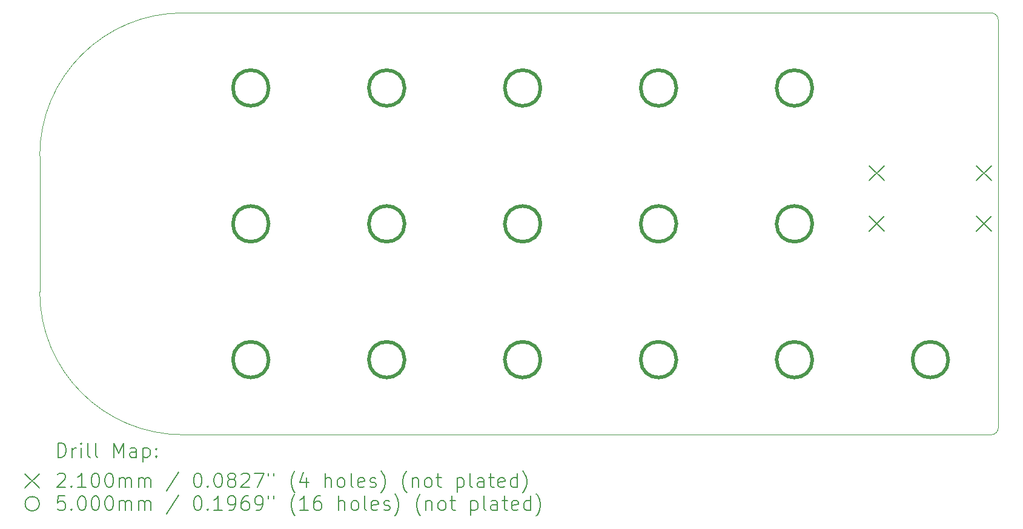
<source format=gbr>
%TF.GenerationSoftware,KiCad,Pcbnew,7.0.7*%
%TF.CreationDate,2023-09-30T21:05:03+10:00*%
%TF.ProjectId,skink,736b696e-6b2e-46b6-9963-61645f706362,rev?*%
%TF.SameCoordinates,Original*%
%TF.FileFunction,Drillmap*%
%TF.FilePolarity,Positive*%
%FSLAX45Y45*%
G04 Gerber Fmt 4.5, Leading zero omitted, Abs format (unit mm)*
G04 Created by KiCad (PCBNEW 7.0.7) date 2023-09-30 21:05:03*
%MOMM*%
%LPD*%
G01*
G04 APERTURE LIST*
%ADD10C,0.100000*%
%ADD11C,0.200000*%
%ADD12C,0.210000*%
%ADD13C,0.500000*%
G04 APERTURE END LIST*
D10*
X2030000Y-4090000D02*
X2030000Y-5990000D01*
X15430000Y-2190000D02*
G75*
G03*
X15330000Y-2090000I-100000J0D01*
G01*
X15430000Y-2190000D02*
X15430000Y-7890000D01*
X4030000Y-7990000D02*
X15330000Y-7990000D01*
X4030000Y-2090000D02*
X15330000Y-2090000D01*
X2030000Y-5990000D02*
G75*
G03*
X4030000Y-7990000I2000000J0D01*
G01*
X4030000Y-2090000D02*
G75*
G03*
X2030000Y-4090000I0J-2000000D01*
G01*
X15330000Y-7990000D02*
G75*
G03*
X15430000Y-7890000I0J100000D01*
G01*
D11*
D12*
X13625000Y-4225000D02*
X13835000Y-4435000D01*
X13835000Y-4225000D02*
X13625000Y-4435000D01*
X13625000Y-4935000D02*
X13835000Y-5145000D01*
X13835000Y-4935000D02*
X13625000Y-5145000D01*
X15125000Y-4225000D02*
X15335000Y-4435000D01*
X15335000Y-4225000D02*
X15125000Y-4435000D01*
X15125000Y-4935000D02*
X15335000Y-5145000D01*
X15335000Y-4935000D02*
X15125000Y-5145000D01*
D13*
X5230000Y-3140000D02*
G75*
G03*
X5230000Y-3140000I-250000J0D01*
G01*
X5230000Y-5040000D02*
G75*
G03*
X5230000Y-5040000I-250000J0D01*
G01*
X5230000Y-6940000D02*
G75*
G03*
X5230000Y-6940000I-250000J0D01*
G01*
X7130000Y-3140000D02*
G75*
G03*
X7130000Y-3140000I-250000J0D01*
G01*
X7130000Y-5040000D02*
G75*
G03*
X7130000Y-5040000I-250000J0D01*
G01*
X7130000Y-6940000D02*
G75*
G03*
X7130000Y-6940000I-250000J0D01*
G01*
X9030000Y-3140000D02*
G75*
G03*
X9030000Y-3140000I-250000J0D01*
G01*
X9030000Y-5040000D02*
G75*
G03*
X9030000Y-5040000I-250000J0D01*
G01*
X9030000Y-6940000D02*
G75*
G03*
X9030000Y-6940000I-250000J0D01*
G01*
X10930000Y-3140000D02*
G75*
G03*
X10930000Y-3140000I-250000J0D01*
G01*
X10930000Y-5040000D02*
G75*
G03*
X10930000Y-5040000I-250000J0D01*
G01*
X10930000Y-6940000D02*
G75*
G03*
X10930000Y-6940000I-250000J0D01*
G01*
X12830000Y-3140000D02*
G75*
G03*
X12830000Y-3140000I-250000J0D01*
G01*
X12830000Y-5040000D02*
G75*
G03*
X12830000Y-5040000I-250000J0D01*
G01*
X12830000Y-6940000D02*
G75*
G03*
X12830000Y-6940000I-250000J0D01*
G01*
X14730000Y-6940000D02*
G75*
G03*
X14730000Y-6940000I-250000J0D01*
G01*
D11*
X2285777Y-8306484D02*
X2285777Y-8106484D01*
X2285777Y-8106484D02*
X2333396Y-8106484D01*
X2333396Y-8106484D02*
X2361967Y-8116008D01*
X2361967Y-8116008D02*
X2381015Y-8135055D01*
X2381015Y-8135055D02*
X2390539Y-8154103D01*
X2390539Y-8154103D02*
X2400063Y-8192198D01*
X2400063Y-8192198D02*
X2400063Y-8220769D01*
X2400063Y-8220769D02*
X2390539Y-8258865D01*
X2390539Y-8258865D02*
X2381015Y-8277912D01*
X2381015Y-8277912D02*
X2361967Y-8296960D01*
X2361967Y-8296960D02*
X2333396Y-8306484D01*
X2333396Y-8306484D02*
X2285777Y-8306484D01*
X2485777Y-8306484D02*
X2485777Y-8173150D01*
X2485777Y-8211246D02*
X2495301Y-8192198D01*
X2495301Y-8192198D02*
X2504824Y-8182674D01*
X2504824Y-8182674D02*
X2523872Y-8173150D01*
X2523872Y-8173150D02*
X2542920Y-8173150D01*
X2609586Y-8306484D02*
X2609586Y-8173150D01*
X2609586Y-8106484D02*
X2600063Y-8116008D01*
X2600063Y-8116008D02*
X2609586Y-8125531D01*
X2609586Y-8125531D02*
X2619110Y-8116008D01*
X2619110Y-8116008D02*
X2609586Y-8106484D01*
X2609586Y-8106484D02*
X2609586Y-8125531D01*
X2733396Y-8306484D02*
X2714348Y-8296960D01*
X2714348Y-8296960D02*
X2704824Y-8277912D01*
X2704824Y-8277912D02*
X2704824Y-8106484D01*
X2838158Y-8306484D02*
X2819110Y-8296960D01*
X2819110Y-8296960D02*
X2809586Y-8277912D01*
X2809586Y-8277912D02*
X2809586Y-8106484D01*
X3066729Y-8306484D02*
X3066729Y-8106484D01*
X3066729Y-8106484D02*
X3133396Y-8249341D01*
X3133396Y-8249341D02*
X3200062Y-8106484D01*
X3200062Y-8106484D02*
X3200062Y-8306484D01*
X3381015Y-8306484D02*
X3381015Y-8201722D01*
X3381015Y-8201722D02*
X3371491Y-8182674D01*
X3371491Y-8182674D02*
X3352443Y-8173150D01*
X3352443Y-8173150D02*
X3314348Y-8173150D01*
X3314348Y-8173150D02*
X3295301Y-8182674D01*
X3381015Y-8296960D02*
X3361967Y-8306484D01*
X3361967Y-8306484D02*
X3314348Y-8306484D01*
X3314348Y-8306484D02*
X3295301Y-8296960D01*
X3295301Y-8296960D02*
X3285777Y-8277912D01*
X3285777Y-8277912D02*
X3285777Y-8258865D01*
X3285777Y-8258865D02*
X3295301Y-8239817D01*
X3295301Y-8239817D02*
X3314348Y-8230293D01*
X3314348Y-8230293D02*
X3361967Y-8230293D01*
X3361967Y-8230293D02*
X3381015Y-8220769D01*
X3476253Y-8173150D02*
X3476253Y-8373150D01*
X3476253Y-8182674D02*
X3495301Y-8173150D01*
X3495301Y-8173150D02*
X3533396Y-8173150D01*
X3533396Y-8173150D02*
X3552443Y-8182674D01*
X3552443Y-8182674D02*
X3561967Y-8192198D01*
X3561967Y-8192198D02*
X3571491Y-8211246D01*
X3571491Y-8211246D02*
X3571491Y-8268388D01*
X3571491Y-8268388D02*
X3561967Y-8287436D01*
X3561967Y-8287436D02*
X3552443Y-8296960D01*
X3552443Y-8296960D02*
X3533396Y-8306484D01*
X3533396Y-8306484D02*
X3495301Y-8306484D01*
X3495301Y-8306484D02*
X3476253Y-8296960D01*
X3657205Y-8287436D02*
X3666729Y-8296960D01*
X3666729Y-8296960D02*
X3657205Y-8306484D01*
X3657205Y-8306484D02*
X3647682Y-8296960D01*
X3647682Y-8296960D02*
X3657205Y-8287436D01*
X3657205Y-8287436D02*
X3657205Y-8306484D01*
X3657205Y-8182674D02*
X3666729Y-8192198D01*
X3666729Y-8192198D02*
X3657205Y-8201722D01*
X3657205Y-8201722D02*
X3647682Y-8192198D01*
X3647682Y-8192198D02*
X3657205Y-8182674D01*
X3657205Y-8182674D02*
X3657205Y-8201722D01*
X1825000Y-8535000D02*
X2025000Y-8735000D01*
X2025000Y-8535000D02*
X1825000Y-8735000D01*
X2276253Y-8545531D02*
X2285777Y-8536008D01*
X2285777Y-8536008D02*
X2304824Y-8526484D01*
X2304824Y-8526484D02*
X2352444Y-8526484D01*
X2352444Y-8526484D02*
X2371491Y-8536008D01*
X2371491Y-8536008D02*
X2381015Y-8545531D01*
X2381015Y-8545531D02*
X2390539Y-8564579D01*
X2390539Y-8564579D02*
X2390539Y-8583627D01*
X2390539Y-8583627D02*
X2381015Y-8612198D01*
X2381015Y-8612198D02*
X2266729Y-8726484D01*
X2266729Y-8726484D02*
X2390539Y-8726484D01*
X2476253Y-8707436D02*
X2485777Y-8716960D01*
X2485777Y-8716960D02*
X2476253Y-8726484D01*
X2476253Y-8726484D02*
X2466729Y-8716960D01*
X2466729Y-8716960D02*
X2476253Y-8707436D01*
X2476253Y-8707436D02*
X2476253Y-8726484D01*
X2676253Y-8726484D02*
X2561967Y-8726484D01*
X2619110Y-8726484D02*
X2619110Y-8526484D01*
X2619110Y-8526484D02*
X2600063Y-8555055D01*
X2600063Y-8555055D02*
X2581015Y-8574103D01*
X2581015Y-8574103D02*
X2561967Y-8583627D01*
X2800062Y-8526484D02*
X2819110Y-8526484D01*
X2819110Y-8526484D02*
X2838158Y-8536008D01*
X2838158Y-8536008D02*
X2847682Y-8545531D01*
X2847682Y-8545531D02*
X2857205Y-8564579D01*
X2857205Y-8564579D02*
X2866729Y-8602674D01*
X2866729Y-8602674D02*
X2866729Y-8650293D01*
X2866729Y-8650293D02*
X2857205Y-8688389D01*
X2857205Y-8688389D02*
X2847682Y-8707436D01*
X2847682Y-8707436D02*
X2838158Y-8716960D01*
X2838158Y-8716960D02*
X2819110Y-8726484D01*
X2819110Y-8726484D02*
X2800062Y-8726484D01*
X2800062Y-8726484D02*
X2781015Y-8716960D01*
X2781015Y-8716960D02*
X2771491Y-8707436D01*
X2771491Y-8707436D02*
X2761967Y-8688389D01*
X2761967Y-8688389D02*
X2752444Y-8650293D01*
X2752444Y-8650293D02*
X2752444Y-8602674D01*
X2752444Y-8602674D02*
X2761967Y-8564579D01*
X2761967Y-8564579D02*
X2771491Y-8545531D01*
X2771491Y-8545531D02*
X2781015Y-8536008D01*
X2781015Y-8536008D02*
X2800062Y-8526484D01*
X2990539Y-8526484D02*
X3009586Y-8526484D01*
X3009586Y-8526484D02*
X3028634Y-8536008D01*
X3028634Y-8536008D02*
X3038158Y-8545531D01*
X3038158Y-8545531D02*
X3047682Y-8564579D01*
X3047682Y-8564579D02*
X3057205Y-8602674D01*
X3057205Y-8602674D02*
X3057205Y-8650293D01*
X3057205Y-8650293D02*
X3047682Y-8688389D01*
X3047682Y-8688389D02*
X3038158Y-8707436D01*
X3038158Y-8707436D02*
X3028634Y-8716960D01*
X3028634Y-8716960D02*
X3009586Y-8726484D01*
X3009586Y-8726484D02*
X2990539Y-8726484D01*
X2990539Y-8726484D02*
X2971491Y-8716960D01*
X2971491Y-8716960D02*
X2961967Y-8707436D01*
X2961967Y-8707436D02*
X2952443Y-8688389D01*
X2952443Y-8688389D02*
X2942920Y-8650293D01*
X2942920Y-8650293D02*
X2942920Y-8602674D01*
X2942920Y-8602674D02*
X2952443Y-8564579D01*
X2952443Y-8564579D02*
X2961967Y-8545531D01*
X2961967Y-8545531D02*
X2971491Y-8536008D01*
X2971491Y-8536008D02*
X2990539Y-8526484D01*
X3142920Y-8726484D02*
X3142920Y-8593150D01*
X3142920Y-8612198D02*
X3152443Y-8602674D01*
X3152443Y-8602674D02*
X3171491Y-8593150D01*
X3171491Y-8593150D02*
X3200063Y-8593150D01*
X3200063Y-8593150D02*
X3219110Y-8602674D01*
X3219110Y-8602674D02*
X3228634Y-8621722D01*
X3228634Y-8621722D02*
X3228634Y-8726484D01*
X3228634Y-8621722D02*
X3238158Y-8602674D01*
X3238158Y-8602674D02*
X3257205Y-8593150D01*
X3257205Y-8593150D02*
X3285777Y-8593150D01*
X3285777Y-8593150D02*
X3304824Y-8602674D01*
X3304824Y-8602674D02*
X3314348Y-8621722D01*
X3314348Y-8621722D02*
X3314348Y-8726484D01*
X3409586Y-8726484D02*
X3409586Y-8593150D01*
X3409586Y-8612198D02*
X3419110Y-8602674D01*
X3419110Y-8602674D02*
X3438158Y-8593150D01*
X3438158Y-8593150D02*
X3466729Y-8593150D01*
X3466729Y-8593150D02*
X3485777Y-8602674D01*
X3485777Y-8602674D02*
X3495301Y-8621722D01*
X3495301Y-8621722D02*
X3495301Y-8726484D01*
X3495301Y-8621722D02*
X3504824Y-8602674D01*
X3504824Y-8602674D02*
X3523872Y-8593150D01*
X3523872Y-8593150D02*
X3552443Y-8593150D01*
X3552443Y-8593150D02*
X3571491Y-8602674D01*
X3571491Y-8602674D02*
X3581015Y-8621722D01*
X3581015Y-8621722D02*
X3581015Y-8726484D01*
X3971491Y-8516960D02*
X3800063Y-8774103D01*
X4228634Y-8526484D02*
X4247682Y-8526484D01*
X4247682Y-8526484D02*
X4266729Y-8536008D01*
X4266729Y-8536008D02*
X4276253Y-8545531D01*
X4276253Y-8545531D02*
X4285777Y-8564579D01*
X4285777Y-8564579D02*
X4295301Y-8602674D01*
X4295301Y-8602674D02*
X4295301Y-8650293D01*
X4295301Y-8650293D02*
X4285777Y-8688389D01*
X4285777Y-8688389D02*
X4276253Y-8707436D01*
X4276253Y-8707436D02*
X4266729Y-8716960D01*
X4266729Y-8716960D02*
X4247682Y-8726484D01*
X4247682Y-8726484D02*
X4228634Y-8726484D01*
X4228634Y-8726484D02*
X4209587Y-8716960D01*
X4209587Y-8716960D02*
X4200063Y-8707436D01*
X4200063Y-8707436D02*
X4190539Y-8688389D01*
X4190539Y-8688389D02*
X4181015Y-8650293D01*
X4181015Y-8650293D02*
X4181015Y-8602674D01*
X4181015Y-8602674D02*
X4190539Y-8564579D01*
X4190539Y-8564579D02*
X4200063Y-8545531D01*
X4200063Y-8545531D02*
X4209587Y-8536008D01*
X4209587Y-8536008D02*
X4228634Y-8526484D01*
X4381015Y-8707436D02*
X4390539Y-8716960D01*
X4390539Y-8716960D02*
X4381015Y-8726484D01*
X4381015Y-8726484D02*
X4371491Y-8716960D01*
X4371491Y-8716960D02*
X4381015Y-8707436D01*
X4381015Y-8707436D02*
X4381015Y-8726484D01*
X4514348Y-8526484D02*
X4533396Y-8526484D01*
X4533396Y-8526484D02*
X4552444Y-8536008D01*
X4552444Y-8536008D02*
X4561968Y-8545531D01*
X4561968Y-8545531D02*
X4571491Y-8564579D01*
X4571491Y-8564579D02*
X4581015Y-8602674D01*
X4581015Y-8602674D02*
X4581015Y-8650293D01*
X4581015Y-8650293D02*
X4571491Y-8688389D01*
X4571491Y-8688389D02*
X4561968Y-8707436D01*
X4561968Y-8707436D02*
X4552444Y-8716960D01*
X4552444Y-8716960D02*
X4533396Y-8726484D01*
X4533396Y-8726484D02*
X4514348Y-8726484D01*
X4514348Y-8726484D02*
X4495301Y-8716960D01*
X4495301Y-8716960D02*
X4485777Y-8707436D01*
X4485777Y-8707436D02*
X4476253Y-8688389D01*
X4476253Y-8688389D02*
X4466729Y-8650293D01*
X4466729Y-8650293D02*
X4466729Y-8602674D01*
X4466729Y-8602674D02*
X4476253Y-8564579D01*
X4476253Y-8564579D02*
X4485777Y-8545531D01*
X4485777Y-8545531D02*
X4495301Y-8536008D01*
X4495301Y-8536008D02*
X4514348Y-8526484D01*
X4695301Y-8612198D02*
X4676253Y-8602674D01*
X4676253Y-8602674D02*
X4666729Y-8593150D01*
X4666729Y-8593150D02*
X4657206Y-8574103D01*
X4657206Y-8574103D02*
X4657206Y-8564579D01*
X4657206Y-8564579D02*
X4666729Y-8545531D01*
X4666729Y-8545531D02*
X4676253Y-8536008D01*
X4676253Y-8536008D02*
X4695301Y-8526484D01*
X4695301Y-8526484D02*
X4733396Y-8526484D01*
X4733396Y-8526484D02*
X4752444Y-8536008D01*
X4752444Y-8536008D02*
X4761968Y-8545531D01*
X4761968Y-8545531D02*
X4771491Y-8564579D01*
X4771491Y-8564579D02*
X4771491Y-8574103D01*
X4771491Y-8574103D02*
X4761968Y-8593150D01*
X4761968Y-8593150D02*
X4752444Y-8602674D01*
X4752444Y-8602674D02*
X4733396Y-8612198D01*
X4733396Y-8612198D02*
X4695301Y-8612198D01*
X4695301Y-8612198D02*
X4676253Y-8621722D01*
X4676253Y-8621722D02*
X4666729Y-8631246D01*
X4666729Y-8631246D02*
X4657206Y-8650293D01*
X4657206Y-8650293D02*
X4657206Y-8688389D01*
X4657206Y-8688389D02*
X4666729Y-8707436D01*
X4666729Y-8707436D02*
X4676253Y-8716960D01*
X4676253Y-8716960D02*
X4695301Y-8726484D01*
X4695301Y-8726484D02*
X4733396Y-8726484D01*
X4733396Y-8726484D02*
X4752444Y-8716960D01*
X4752444Y-8716960D02*
X4761968Y-8707436D01*
X4761968Y-8707436D02*
X4771491Y-8688389D01*
X4771491Y-8688389D02*
X4771491Y-8650293D01*
X4771491Y-8650293D02*
X4761968Y-8631246D01*
X4761968Y-8631246D02*
X4752444Y-8621722D01*
X4752444Y-8621722D02*
X4733396Y-8612198D01*
X4847682Y-8545531D02*
X4857206Y-8536008D01*
X4857206Y-8536008D02*
X4876253Y-8526484D01*
X4876253Y-8526484D02*
X4923872Y-8526484D01*
X4923872Y-8526484D02*
X4942920Y-8536008D01*
X4942920Y-8536008D02*
X4952444Y-8545531D01*
X4952444Y-8545531D02*
X4961968Y-8564579D01*
X4961968Y-8564579D02*
X4961968Y-8583627D01*
X4961968Y-8583627D02*
X4952444Y-8612198D01*
X4952444Y-8612198D02*
X4838158Y-8726484D01*
X4838158Y-8726484D02*
X4961968Y-8726484D01*
X5028634Y-8526484D02*
X5161968Y-8526484D01*
X5161968Y-8526484D02*
X5076253Y-8726484D01*
X5228634Y-8526484D02*
X5228634Y-8564579D01*
X5304825Y-8526484D02*
X5304825Y-8564579D01*
X5600063Y-8802674D02*
X5590539Y-8793150D01*
X5590539Y-8793150D02*
X5571491Y-8764579D01*
X5571491Y-8764579D02*
X5561968Y-8745531D01*
X5561968Y-8745531D02*
X5552444Y-8716960D01*
X5552444Y-8716960D02*
X5542920Y-8669341D01*
X5542920Y-8669341D02*
X5542920Y-8631246D01*
X5542920Y-8631246D02*
X5552444Y-8583627D01*
X5552444Y-8583627D02*
X5561968Y-8555055D01*
X5561968Y-8555055D02*
X5571491Y-8536008D01*
X5571491Y-8536008D02*
X5590539Y-8507436D01*
X5590539Y-8507436D02*
X5600063Y-8497912D01*
X5761968Y-8593150D02*
X5761968Y-8726484D01*
X5714348Y-8516960D02*
X5666729Y-8659817D01*
X5666729Y-8659817D02*
X5790539Y-8659817D01*
X6019110Y-8726484D02*
X6019110Y-8526484D01*
X6104825Y-8726484D02*
X6104825Y-8621722D01*
X6104825Y-8621722D02*
X6095301Y-8602674D01*
X6095301Y-8602674D02*
X6076253Y-8593150D01*
X6076253Y-8593150D02*
X6047682Y-8593150D01*
X6047682Y-8593150D02*
X6028634Y-8602674D01*
X6028634Y-8602674D02*
X6019110Y-8612198D01*
X6228634Y-8726484D02*
X6209587Y-8716960D01*
X6209587Y-8716960D02*
X6200063Y-8707436D01*
X6200063Y-8707436D02*
X6190539Y-8688389D01*
X6190539Y-8688389D02*
X6190539Y-8631246D01*
X6190539Y-8631246D02*
X6200063Y-8612198D01*
X6200063Y-8612198D02*
X6209587Y-8602674D01*
X6209587Y-8602674D02*
X6228634Y-8593150D01*
X6228634Y-8593150D02*
X6257206Y-8593150D01*
X6257206Y-8593150D02*
X6276253Y-8602674D01*
X6276253Y-8602674D02*
X6285777Y-8612198D01*
X6285777Y-8612198D02*
X6295301Y-8631246D01*
X6295301Y-8631246D02*
X6295301Y-8688389D01*
X6295301Y-8688389D02*
X6285777Y-8707436D01*
X6285777Y-8707436D02*
X6276253Y-8716960D01*
X6276253Y-8716960D02*
X6257206Y-8726484D01*
X6257206Y-8726484D02*
X6228634Y-8726484D01*
X6409587Y-8726484D02*
X6390539Y-8716960D01*
X6390539Y-8716960D02*
X6381015Y-8697912D01*
X6381015Y-8697912D02*
X6381015Y-8526484D01*
X6561968Y-8716960D02*
X6542920Y-8726484D01*
X6542920Y-8726484D02*
X6504825Y-8726484D01*
X6504825Y-8726484D02*
X6485777Y-8716960D01*
X6485777Y-8716960D02*
X6476253Y-8697912D01*
X6476253Y-8697912D02*
X6476253Y-8621722D01*
X6476253Y-8621722D02*
X6485777Y-8602674D01*
X6485777Y-8602674D02*
X6504825Y-8593150D01*
X6504825Y-8593150D02*
X6542920Y-8593150D01*
X6542920Y-8593150D02*
X6561968Y-8602674D01*
X6561968Y-8602674D02*
X6571491Y-8621722D01*
X6571491Y-8621722D02*
X6571491Y-8640770D01*
X6571491Y-8640770D02*
X6476253Y-8659817D01*
X6647682Y-8716960D02*
X6666730Y-8726484D01*
X6666730Y-8726484D02*
X6704825Y-8726484D01*
X6704825Y-8726484D02*
X6723872Y-8716960D01*
X6723872Y-8716960D02*
X6733396Y-8697912D01*
X6733396Y-8697912D02*
X6733396Y-8688389D01*
X6733396Y-8688389D02*
X6723872Y-8669341D01*
X6723872Y-8669341D02*
X6704825Y-8659817D01*
X6704825Y-8659817D02*
X6676253Y-8659817D01*
X6676253Y-8659817D02*
X6657206Y-8650293D01*
X6657206Y-8650293D02*
X6647682Y-8631246D01*
X6647682Y-8631246D02*
X6647682Y-8621722D01*
X6647682Y-8621722D02*
X6657206Y-8602674D01*
X6657206Y-8602674D02*
X6676253Y-8593150D01*
X6676253Y-8593150D02*
X6704825Y-8593150D01*
X6704825Y-8593150D02*
X6723872Y-8602674D01*
X6800063Y-8802674D02*
X6809587Y-8793150D01*
X6809587Y-8793150D02*
X6828634Y-8764579D01*
X6828634Y-8764579D02*
X6838158Y-8745531D01*
X6838158Y-8745531D02*
X6847682Y-8716960D01*
X6847682Y-8716960D02*
X6857206Y-8669341D01*
X6857206Y-8669341D02*
X6857206Y-8631246D01*
X6857206Y-8631246D02*
X6847682Y-8583627D01*
X6847682Y-8583627D02*
X6838158Y-8555055D01*
X6838158Y-8555055D02*
X6828634Y-8536008D01*
X6828634Y-8536008D02*
X6809587Y-8507436D01*
X6809587Y-8507436D02*
X6800063Y-8497912D01*
X7161968Y-8802674D02*
X7152444Y-8793150D01*
X7152444Y-8793150D02*
X7133396Y-8764579D01*
X7133396Y-8764579D02*
X7123872Y-8745531D01*
X7123872Y-8745531D02*
X7114349Y-8716960D01*
X7114349Y-8716960D02*
X7104825Y-8669341D01*
X7104825Y-8669341D02*
X7104825Y-8631246D01*
X7104825Y-8631246D02*
X7114349Y-8583627D01*
X7114349Y-8583627D02*
X7123872Y-8555055D01*
X7123872Y-8555055D02*
X7133396Y-8536008D01*
X7133396Y-8536008D02*
X7152444Y-8507436D01*
X7152444Y-8507436D02*
X7161968Y-8497912D01*
X7238158Y-8593150D02*
X7238158Y-8726484D01*
X7238158Y-8612198D02*
X7247682Y-8602674D01*
X7247682Y-8602674D02*
X7266730Y-8593150D01*
X7266730Y-8593150D02*
X7295301Y-8593150D01*
X7295301Y-8593150D02*
X7314349Y-8602674D01*
X7314349Y-8602674D02*
X7323872Y-8621722D01*
X7323872Y-8621722D02*
X7323872Y-8726484D01*
X7447682Y-8726484D02*
X7428634Y-8716960D01*
X7428634Y-8716960D02*
X7419111Y-8707436D01*
X7419111Y-8707436D02*
X7409587Y-8688389D01*
X7409587Y-8688389D02*
X7409587Y-8631246D01*
X7409587Y-8631246D02*
X7419111Y-8612198D01*
X7419111Y-8612198D02*
X7428634Y-8602674D01*
X7428634Y-8602674D02*
X7447682Y-8593150D01*
X7447682Y-8593150D02*
X7476253Y-8593150D01*
X7476253Y-8593150D02*
X7495301Y-8602674D01*
X7495301Y-8602674D02*
X7504825Y-8612198D01*
X7504825Y-8612198D02*
X7514349Y-8631246D01*
X7514349Y-8631246D02*
X7514349Y-8688389D01*
X7514349Y-8688389D02*
X7504825Y-8707436D01*
X7504825Y-8707436D02*
X7495301Y-8716960D01*
X7495301Y-8716960D02*
X7476253Y-8726484D01*
X7476253Y-8726484D02*
X7447682Y-8726484D01*
X7571492Y-8593150D02*
X7647682Y-8593150D01*
X7600063Y-8526484D02*
X7600063Y-8697912D01*
X7600063Y-8697912D02*
X7609587Y-8716960D01*
X7609587Y-8716960D02*
X7628634Y-8726484D01*
X7628634Y-8726484D02*
X7647682Y-8726484D01*
X7866730Y-8593150D02*
X7866730Y-8793150D01*
X7866730Y-8602674D02*
X7885777Y-8593150D01*
X7885777Y-8593150D02*
X7923873Y-8593150D01*
X7923873Y-8593150D02*
X7942920Y-8602674D01*
X7942920Y-8602674D02*
X7952444Y-8612198D01*
X7952444Y-8612198D02*
X7961968Y-8631246D01*
X7961968Y-8631246D02*
X7961968Y-8688389D01*
X7961968Y-8688389D02*
X7952444Y-8707436D01*
X7952444Y-8707436D02*
X7942920Y-8716960D01*
X7942920Y-8716960D02*
X7923873Y-8726484D01*
X7923873Y-8726484D02*
X7885777Y-8726484D01*
X7885777Y-8726484D02*
X7866730Y-8716960D01*
X8076253Y-8726484D02*
X8057206Y-8716960D01*
X8057206Y-8716960D02*
X8047682Y-8697912D01*
X8047682Y-8697912D02*
X8047682Y-8526484D01*
X8238158Y-8726484D02*
X8238158Y-8621722D01*
X8238158Y-8621722D02*
X8228634Y-8602674D01*
X8228634Y-8602674D02*
X8209587Y-8593150D01*
X8209587Y-8593150D02*
X8171492Y-8593150D01*
X8171492Y-8593150D02*
X8152444Y-8602674D01*
X8238158Y-8716960D02*
X8219111Y-8726484D01*
X8219111Y-8726484D02*
X8171492Y-8726484D01*
X8171492Y-8726484D02*
X8152444Y-8716960D01*
X8152444Y-8716960D02*
X8142920Y-8697912D01*
X8142920Y-8697912D02*
X8142920Y-8678865D01*
X8142920Y-8678865D02*
X8152444Y-8659817D01*
X8152444Y-8659817D02*
X8171492Y-8650293D01*
X8171492Y-8650293D02*
X8219111Y-8650293D01*
X8219111Y-8650293D02*
X8238158Y-8640770D01*
X8304825Y-8593150D02*
X8381015Y-8593150D01*
X8333396Y-8526484D02*
X8333396Y-8697912D01*
X8333396Y-8697912D02*
X8342920Y-8716960D01*
X8342920Y-8716960D02*
X8361968Y-8726484D01*
X8361968Y-8726484D02*
X8381015Y-8726484D01*
X8523873Y-8716960D02*
X8504825Y-8726484D01*
X8504825Y-8726484D02*
X8466730Y-8726484D01*
X8466730Y-8726484D02*
X8447682Y-8716960D01*
X8447682Y-8716960D02*
X8438158Y-8697912D01*
X8438158Y-8697912D02*
X8438158Y-8621722D01*
X8438158Y-8621722D02*
X8447682Y-8602674D01*
X8447682Y-8602674D02*
X8466730Y-8593150D01*
X8466730Y-8593150D02*
X8504825Y-8593150D01*
X8504825Y-8593150D02*
X8523873Y-8602674D01*
X8523873Y-8602674D02*
X8533396Y-8621722D01*
X8533396Y-8621722D02*
X8533396Y-8640770D01*
X8533396Y-8640770D02*
X8438158Y-8659817D01*
X8704825Y-8726484D02*
X8704825Y-8526484D01*
X8704825Y-8716960D02*
X8685777Y-8726484D01*
X8685777Y-8726484D02*
X8647682Y-8726484D01*
X8647682Y-8726484D02*
X8628635Y-8716960D01*
X8628635Y-8716960D02*
X8619111Y-8707436D01*
X8619111Y-8707436D02*
X8609587Y-8688389D01*
X8609587Y-8688389D02*
X8609587Y-8631246D01*
X8609587Y-8631246D02*
X8619111Y-8612198D01*
X8619111Y-8612198D02*
X8628635Y-8602674D01*
X8628635Y-8602674D02*
X8647682Y-8593150D01*
X8647682Y-8593150D02*
X8685777Y-8593150D01*
X8685777Y-8593150D02*
X8704825Y-8602674D01*
X8781016Y-8802674D02*
X8790539Y-8793150D01*
X8790539Y-8793150D02*
X8809587Y-8764579D01*
X8809587Y-8764579D02*
X8819111Y-8745531D01*
X8819111Y-8745531D02*
X8828635Y-8716960D01*
X8828635Y-8716960D02*
X8838158Y-8669341D01*
X8838158Y-8669341D02*
X8838158Y-8631246D01*
X8838158Y-8631246D02*
X8828635Y-8583627D01*
X8828635Y-8583627D02*
X8819111Y-8555055D01*
X8819111Y-8555055D02*
X8809587Y-8536008D01*
X8809587Y-8536008D02*
X8790539Y-8507436D01*
X8790539Y-8507436D02*
X8781016Y-8497912D01*
X2025000Y-8955000D02*
G75*
G03*
X2025000Y-8955000I-100000J0D01*
G01*
X2381015Y-8846484D02*
X2285777Y-8846484D01*
X2285777Y-8846484D02*
X2276253Y-8941722D01*
X2276253Y-8941722D02*
X2285777Y-8932198D01*
X2285777Y-8932198D02*
X2304824Y-8922674D01*
X2304824Y-8922674D02*
X2352444Y-8922674D01*
X2352444Y-8922674D02*
X2371491Y-8932198D01*
X2371491Y-8932198D02*
X2381015Y-8941722D01*
X2381015Y-8941722D02*
X2390539Y-8960770D01*
X2390539Y-8960770D02*
X2390539Y-9008389D01*
X2390539Y-9008389D02*
X2381015Y-9027436D01*
X2381015Y-9027436D02*
X2371491Y-9036960D01*
X2371491Y-9036960D02*
X2352444Y-9046484D01*
X2352444Y-9046484D02*
X2304824Y-9046484D01*
X2304824Y-9046484D02*
X2285777Y-9036960D01*
X2285777Y-9036960D02*
X2276253Y-9027436D01*
X2476253Y-9027436D02*
X2485777Y-9036960D01*
X2485777Y-9036960D02*
X2476253Y-9046484D01*
X2476253Y-9046484D02*
X2466729Y-9036960D01*
X2466729Y-9036960D02*
X2476253Y-9027436D01*
X2476253Y-9027436D02*
X2476253Y-9046484D01*
X2609586Y-8846484D02*
X2628634Y-8846484D01*
X2628634Y-8846484D02*
X2647682Y-8856008D01*
X2647682Y-8856008D02*
X2657205Y-8865531D01*
X2657205Y-8865531D02*
X2666729Y-8884579D01*
X2666729Y-8884579D02*
X2676253Y-8922674D01*
X2676253Y-8922674D02*
X2676253Y-8970293D01*
X2676253Y-8970293D02*
X2666729Y-9008389D01*
X2666729Y-9008389D02*
X2657205Y-9027436D01*
X2657205Y-9027436D02*
X2647682Y-9036960D01*
X2647682Y-9036960D02*
X2628634Y-9046484D01*
X2628634Y-9046484D02*
X2609586Y-9046484D01*
X2609586Y-9046484D02*
X2590539Y-9036960D01*
X2590539Y-9036960D02*
X2581015Y-9027436D01*
X2581015Y-9027436D02*
X2571491Y-9008389D01*
X2571491Y-9008389D02*
X2561967Y-8970293D01*
X2561967Y-8970293D02*
X2561967Y-8922674D01*
X2561967Y-8922674D02*
X2571491Y-8884579D01*
X2571491Y-8884579D02*
X2581015Y-8865531D01*
X2581015Y-8865531D02*
X2590539Y-8856008D01*
X2590539Y-8856008D02*
X2609586Y-8846484D01*
X2800062Y-8846484D02*
X2819110Y-8846484D01*
X2819110Y-8846484D02*
X2838158Y-8856008D01*
X2838158Y-8856008D02*
X2847682Y-8865531D01*
X2847682Y-8865531D02*
X2857205Y-8884579D01*
X2857205Y-8884579D02*
X2866729Y-8922674D01*
X2866729Y-8922674D02*
X2866729Y-8970293D01*
X2866729Y-8970293D02*
X2857205Y-9008389D01*
X2857205Y-9008389D02*
X2847682Y-9027436D01*
X2847682Y-9027436D02*
X2838158Y-9036960D01*
X2838158Y-9036960D02*
X2819110Y-9046484D01*
X2819110Y-9046484D02*
X2800062Y-9046484D01*
X2800062Y-9046484D02*
X2781015Y-9036960D01*
X2781015Y-9036960D02*
X2771491Y-9027436D01*
X2771491Y-9027436D02*
X2761967Y-9008389D01*
X2761967Y-9008389D02*
X2752444Y-8970293D01*
X2752444Y-8970293D02*
X2752444Y-8922674D01*
X2752444Y-8922674D02*
X2761967Y-8884579D01*
X2761967Y-8884579D02*
X2771491Y-8865531D01*
X2771491Y-8865531D02*
X2781015Y-8856008D01*
X2781015Y-8856008D02*
X2800062Y-8846484D01*
X2990539Y-8846484D02*
X3009586Y-8846484D01*
X3009586Y-8846484D02*
X3028634Y-8856008D01*
X3028634Y-8856008D02*
X3038158Y-8865531D01*
X3038158Y-8865531D02*
X3047682Y-8884579D01*
X3047682Y-8884579D02*
X3057205Y-8922674D01*
X3057205Y-8922674D02*
X3057205Y-8970293D01*
X3057205Y-8970293D02*
X3047682Y-9008389D01*
X3047682Y-9008389D02*
X3038158Y-9027436D01*
X3038158Y-9027436D02*
X3028634Y-9036960D01*
X3028634Y-9036960D02*
X3009586Y-9046484D01*
X3009586Y-9046484D02*
X2990539Y-9046484D01*
X2990539Y-9046484D02*
X2971491Y-9036960D01*
X2971491Y-9036960D02*
X2961967Y-9027436D01*
X2961967Y-9027436D02*
X2952443Y-9008389D01*
X2952443Y-9008389D02*
X2942920Y-8970293D01*
X2942920Y-8970293D02*
X2942920Y-8922674D01*
X2942920Y-8922674D02*
X2952443Y-8884579D01*
X2952443Y-8884579D02*
X2961967Y-8865531D01*
X2961967Y-8865531D02*
X2971491Y-8856008D01*
X2971491Y-8856008D02*
X2990539Y-8846484D01*
X3142920Y-9046484D02*
X3142920Y-8913150D01*
X3142920Y-8932198D02*
X3152443Y-8922674D01*
X3152443Y-8922674D02*
X3171491Y-8913150D01*
X3171491Y-8913150D02*
X3200063Y-8913150D01*
X3200063Y-8913150D02*
X3219110Y-8922674D01*
X3219110Y-8922674D02*
X3228634Y-8941722D01*
X3228634Y-8941722D02*
X3228634Y-9046484D01*
X3228634Y-8941722D02*
X3238158Y-8922674D01*
X3238158Y-8922674D02*
X3257205Y-8913150D01*
X3257205Y-8913150D02*
X3285777Y-8913150D01*
X3285777Y-8913150D02*
X3304824Y-8922674D01*
X3304824Y-8922674D02*
X3314348Y-8941722D01*
X3314348Y-8941722D02*
X3314348Y-9046484D01*
X3409586Y-9046484D02*
X3409586Y-8913150D01*
X3409586Y-8932198D02*
X3419110Y-8922674D01*
X3419110Y-8922674D02*
X3438158Y-8913150D01*
X3438158Y-8913150D02*
X3466729Y-8913150D01*
X3466729Y-8913150D02*
X3485777Y-8922674D01*
X3485777Y-8922674D02*
X3495301Y-8941722D01*
X3495301Y-8941722D02*
X3495301Y-9046484D01*
X3495301Y-8941722D02*
X3504824Y-8922674D01*
X3504824Y-8922674D02*
X3523872Y-8913150D01*
X3523872Y-8913150D02*
X3552443Y-8913150D01*
X3552443Y-8913150D02*
X3571491Y-8922674D01*
X3571491Y-8922674D02*
X3581015Y-8941722D01*
X3581015Y-8941722D02*
X3581015Y-9046484D01*
X3971491Y-8836960D02*
X3800063Y-9094103D01*
X4228634Y-8846484D02*
X4247682Y-8846484D01*
X4247682Y-8846484D02*
X4266729Y-8856008D01*
X4266729Y-8856008D02*
X4276253Y-8865531D01*
X4276253Y-8865531D02*
X4285777Y-8884579D01*
X4285777Y-8884579D02*
X4295301Y-8922674D01*
X4295301Y-8922674D02*
X4295301Y-8970293D01*
X4295301Y-8970293D02*
X4285777Y-9008389D01*
X4285777Y-9008389D02*
X4276253Y-9027436D01*
X4276253Y-9027436D02*
X4266729Y-9036960D01*
X4266729Y-9036960D02*
X4247682Y-9046484D01*
X4247682Y-9046484D02*
X4228634Y-9046484D01*
X4228634Y-9046484D02*
X4209587Y-9036960D01*
X4209587Y-9036960D02*
X4200063Y-9027436D01*
X4200063Y-9027436D02*
X4190539Y-9008389D01*
X4190539Y-9008389D02*
X4181015Y-8970293D01*
X4181015Y-8970293D02*
X4181015Y-8922674D01*
X4181015Y-8922674D02*
X4190539Y-8884579D01*
X4190539Y-8884579D02*
X4200063Y-8865531D01*
X4200063Y-8865531D02*
X4209587Y-8856008D01*
X4209587Y-8856008D02*
X4228634Y-8846484D01*
X4381015Y-9027436D02*
X4390539Y-9036960D01*
X4390539Y-9036960D02*
X4381015Y-9046484D01*
X4381015Y-9046484D02*
X4371491Y-9036960D01*
X4371491Y-9036960D02*
X4381015Y-9027436D01*
X4381015Y-9027436D02*
X4381015Y-9046484D01*
X4581015Y-9046484D02*
X4466729Y-9046484D01*
X4523872Y-9046484D02*
X4523872Y-8846484D01*
X4523872Y-8846484D02*
X4504825Y-8875055D01*
X4504825Y-8875055D02*
X4485777Y-8894103D01*
X4485777Y-8894103D02*
X4466729Y-8903627D01*
X4676253Y-9046484D02*
X4714348Y-9046484D01*
X4714348Y-9046484D02*
X4733396Y-9036960D01*
X4733396Y-9036960D02*
X4742920Y-9027436D01*
X4742920Y-9027436D02*
X4761968Y-8998865D01*
X4761968Y-8998865D02*
X4771491Y-8960770D01*
X4771491Y-8960770D02*
X4771491Y-8884579D01*
X4771491Y-8884579D02*
X4761968Y-8865531D01*
X4761968Y-8865531D02*
X4752444Y-8856008D01*
X4752444Y-8856008D02*
X4733396Y-8846484D01*
X4733396Y-8846484D02*
X4695301Y-8846484D01*
X4695301Y-8846484D02*
X4676253Y-8856008D01*
X4676253Y-8856008D02*
X4666729Y-8865531D01*
X4666729Y-8865531D02*
X4657206Y-8884579D01*
X4657206Y-8884579D02*
X4657206Y-8932198D01*
X4657206Y-8932198D02*
X4666729Y-8951246D01*
X4666729Y-8951246D02*
X4676253Y-8960770D01*
X4676253Y-8960770D02*
X4695301Y-8970293D01*
X4695301Y-8970293D02*
X4733396Y-8970293D01*
X4733396Y-8970293D02*
X4752444Y-8960770D01*
X4752444Y-8960770D02*
X4761968Y-8951246D01*
X4761968Y-8951246D02*
X4771491Y-8932198D01*
X4942920Y-8846484D02*
X4904825Y-8846484D01*
X4904825Y-8846484D02*
X4885777Y-8856008D01*
X4885777Y-8856008D02*
X4876253Y-8865531D01*
X4876253Y-8865531D02*
X4857206Y-8894103D01*
X4857206Y-8894103D02*
X4847682Y-8932198D01*
X4847682Y-8932198D02*
X4847682Y-9008389D01*
X4847682Y-9008389D02*
X4857206Y-9027436D01*
X4857206Y-9027436D02*
X4866729Y-9036960D01*
X4866729Y-9036960D02*
X4885777Y-9046484D01*
X4885777Y-9046484D02*
X4923872Y-9046484D01*
X4923872Y-9046484D02*
X4942920Y-9036960D01*
X4942920Y-9036960D02*
X4952444Y-9027436D01*
X4952444Y-9027436D02*
X4961968Y-9008389D01*
X4961968Y-9008389D02*
X4961968Y-8960770D01*
X4961968Y-8960770D02*
X4952444Y-8941722D01*
X4952444Y-8941722D02*
X4942920Y-8932198D01*
X4942920Y-8932198D02*
X4923872Y-8922674D01*
X4923872Y-8922674D02*
X4885777Y-8922674D01*
X4885777Y-8922674D02*
X4866729Y-8932198D01*
X4866729Y-8932198D02*
X4857206Y-8941722D01*
X4857206Y-8941722D02*
X4847682Y-8960770D01*
X5057206Y-9046484D02*
X5095301Y-9046484D01*
X5095301Y-9046484D02*
X5114349Y-9036960D01*
X5114349Y-9036960D02*
X5123872Y-9027436D01*
X5123872Y-9027436D02*
X5142920Y-8998865D01*
X5142920Y-8998865D02*
X5152444Y-8960770D01*
X5152444Y-8960770D02*
X5152444Y-8884579D01*
X5152444Y-8884579D02*
X5142920Y-8865531D01*
X5142920Y-8865531D02*
X5133396Y-8856008D01*
X5133396Y-8856008D02*
X5114349Y-8846484D01*
X5114349Y-8846484D02*
X5076253Y-8846484D01*
X5076253Y-8846484D02*
X5057206Y-8856008D01*
X5057206Y-8856008D02*
X5047682Y-8865531D01*
X5047682Y-8865531D02*
X5038158Y-8884579D01*
X5038158Y-8884579D02*
X5038158Y-8932198D01*
X5038158Y-8932198D02*
X5047682Y-8951246D01*
X5047682Y-8951246D02*
X5057206Y-8960770D01*
X5057206Y-8960770D02*
X5076253Y-8970293D01*
X5076253Y-8970293D02*
X5114349Y-8970293D01*
X5114349Y-8970293D02*
X5133396Y-8960770D01*
X5133396Y-8960770D02*
X5142920Y-8951246D01*
X5142920Y-8951246D02*
X5152444Y-8932198D01*
X5228634Y-8846484D02*
X5228634Y-8884579D01*
X5304825Y-8846484D02*
X5304825Y-8884579D01*
X5600063Y-9122674D02*
X5590539Y-9113150D01*
X5590539Y-9113150D02*
X5571491Y-9084579D01*
X5571491Y-9084579D02*
X5561968Y-9065531D01*
X5561968Y-9065531D02*
X5552444Y-9036960D01*
X5552444Y-9036960D02*
X5542920Y-8989341D01*
X5542920Y-8989341D02*
X5542920Y-8951246D01*
X5542920Y-8951246D02*
X5552444Y-8903627D01*
X5552444Y-8903627D02*
X5561968Y-8875055D01*
X5561968Y-8875055D02*
X5571491Y-8856008D01*
X5571491Y-8856008D02*
X5590539Y-8827436D01*
X5590539Y-8827436D02*
X5600063Y-8817912D01*
X5781015Y-9046484D02*
X5666729Y-9046484D01*
X5723872Y-9046484D02*
X5723872Y-8846484D01*
X5723872Y-8846484D02*
X5704825Y-8875055D01*
X5704825Y-8875055D02*
X5685777Y-8894103D01*
X5685777Y-8894103D02*
X5666729Y-8903627D01*
X5952444Y-8846484D02*
X5914348Y-8846484D01*
X5914348Y-8846484D02*
X5895301Y-8856008D01*
X5895301Y-8856008D02*
X5885777Y-8865531D01*
X5885777Y-8865531D02*
X5866729Y-8894103D01*
X5866729Y-8894103D02*
X5857206Y-8932198D01*
X5857206Y-8932198D02*
X5857206Y-9008389D01*
X5857206Y-9008389D02*
X5866729Y-9027436D01*
X5866729Y-9027436D02*
X5876253Y-9036960D01*
X5876253Y-9036960D02*
X5895301Y-9046484D01*
X5895301Y-9046484D02*
X5933396Y-9046484D01*
X5933396Y-9046484D02*
X5952444Y-9036960D01*
X5952444Y-9036960D02*
X5961968Y-9027436D01*
X5961968Y-9027436D02*
X5971491Y-9008389D01*
X5971491Y-9008389D02*
X5971491Y-8960770D01*
X5971491Y-8960770D02*
X5961968Y-8941722D01*
X5961968Y-8941722D02*
X5952444Y-8932198D01*
X5952444Y-8932198D02*
X5933396Y-8922674D01*
X5933396Y-8922674D02*
X5895301Y-8922674D01*
X5895301Y-8922674D02*
X5876253Y-8932198D01*
X5876253Y-8932198D02*
X5866729Y-8941722D01*
X5866729Y-8941722D02*
X5857206Y-8960770D01*
X6209587Y-9046484D02*
X6209587Y-8846484D01*
X6295301Y-9046484D02*
X6295301Y-8941722D01*
X6295301Y-8941722D02*
X6285777Y-8922674D01*
X6285777Y-8922674D02*
X6266730Y-8913150D01*
X6266730Y-8913150D02*
X6238158Y-8913150D01*
X6238158Y-8913150D02*
X6219110Y-8922674D01*
X6219110Y-8922674D02*
X6209587Y-8932198D01*
X6419110Y-9046484D02*
X6400063Y-9036960D01*
X6400063Y-9036960D02*
X6390539Y-9027436D01*
X6390539Y-9027436D02*
X6381015Y-9008389D01*
X6381015Y-9008389D02*
X6381015Y-8951246D01*
X6381015Y-8951246D02*
X6390539Y-8932198D01*
X6390539Y-8932198D02*
X6400063Y-8922674D01*
X6400063Y-8922674D02*
X6419110Y-8913150D01*
X6419110Y-8913150D02*
X6447682Y-8913150D01*
X6447682Y-8913150D02*
X6466730Y-8922674D01*
X6466730Y-8922674D02*
X6476253Y-8932198D01*
X6476253Y-8932198D02*
X6485777Y-8951246D01*
X6485777Y-8951246D02*
X6485777Y-9008389D01*
X6485777Y-9008389D02*
X6476253Y-9027436D01*
X6476253Y-9027436D02*
X6466730Y-9036960D01*
X6466730Y-9036960D02*
X6447682Y-9046484D01*
X6447682Y-9046484D02*
X6419110Y-9046484D01*
X6600063Y-9046484D02*
X6581015Y-9036960D01*
X6581015Y-9036960D02*
X6571491Y-9017912D01*
X6571491Y-9017912D02*
X6571491Y-8846484D01*
X6752444Y-9036960D02*
X6733396Y-9046484D01*
X6733396Y-9046484D02*
X6695301Y-9046484D01*
X6695301Y-9046484D02*
X6676253Y-9036960D01*
X6676253Y-9036960D02*
X6666730Y-9017912D01*
X6666730Y-9017912D02*
X6666730Y-8941722D01*
X6666730Y-8941722D02*
X6676253Y-8922674D01*
X6676253Y-8922674D02*
X6695301Y-8913150D01*
X6695301Y-8913150D02*
X6733396Y-8913150D01*
X6733396Y-8913150D02*
X6752444Y-8922674D01*
X6752444Y-8922674D02*
X6761968Y-8941722D01*
X6761968Y-8941722D02*
X6761968Y-8960770D01*
X6761968Y-8960770D02*
X6666730Y-8979817D01*
X6838158Y-9036960D02*
X6857206Y-9046484D01*
X6857206Y-9046484D02*
X6895301Y-9046484D01*
X6895301Y-9046484D02*
X6914349Y-9036960D01*
X6914349Y-9036960D02*
X6923872Y-9017912D01*
X6923872Y-9017912D02*
X6923872Y-9008389D01*
X6923872Y-9008389D02*
X6914349Y-8989341D01*
X6914349Y-8989341D02*
X6895301Y-8979817D01*
X6895301Y-8979817D02*
X6866730Y-8979817D01*
X6866730Y-8979817D02*
X6847682Y-8970293D01*
X6847682Y-8970293D02*
X6838158Y-8951246D01*
X6838158Y-8951246D02*
X6838158Y-8941722D01*
X6838158Y-8941722D02*
X6847682Y-8922674D01*
X6847682Y-8922674D02*
X6866730Y-8913150D01*
X6866730Y-8913150D02*
X6895301Y-8913150D01*
X6895301Y-8913150D02*
X6914349Y-8922674D01*
X6990539Y-9122674D02*
X7000063Y-9113150D01*
X7000063Y-9113150D02*
X7019111Y-9084579D01*
X7019111Y-9084579D02*
X7028634Y-9065531D01*
X7028634Y-9065531D02*
X7038158Y-9036960D01*
X7038158Y-9036960D02*
X7047682Y-8989341D01*
X7047682Y-8989341D02*
X7047682Y-8951246D01*
X7047682Y-8951246D02*
X7038158Y-8903627D01*
X7038158Y-8903627D02*
X7028634Y-8875055D01*
X7028634Y-8875055D02*
X7019111Y-8856008D01*
X7019111Y-8856008D02*
X7000063Y-8827436D01*
X7000063Y-8827436D02*
X6990539Y-8817912D01*
X7352444Y-9122674D02*
X7342920Y-9113150D01*
X7342920Y-9113150D02*
X7323872Y-9084579D01*
X7323872Y-9084579D02*
X7314349Y-9065531D01*
X7314349Y-9065531D02*
X7304825Y-9036960D01*
X7304825Y-9036960D02*
X7295301Y-8989341D01*
X7295301Y-8989341D02*
X7295301Y-8951246D01*
X7295301Y-8951246D02*
X7304825Y-8903627D01*
X7304825Y-8903627D02*
X7314349Y-8875055D01*
X7314349Y-8875055D02*
X7323872Y-8856008D01*
X7323872Y-8856008D02*
X7342920Y-8827436D01*
X7342920Y-8827436D02*
X7352444Y-8817912D01*
X7428634Y-8913150D02*
X7428634Y-9046484D01*
X7428634Y-8932198D02*
X7438158Y-8922674D01*
X7438158Y-8922674D02*
X7457206Y-8913150D01*
X7457206Y-8913150D02*
X7485777Y-8913150D01*
X7485777Y-8913150D02*
X7504825Y-8922674D01*
X7504825Y-8922674D02*
X7514349Y-8941722D01*
X7514349Y-8941722D02*
X7514349Y-9046484D01*
X7638158Y-9046484D02*
X7619111Y-9036960D01*
X7619111Y-9036960D02*
X7609587Y-9027436D01*
X7609587Y-9027436D02*
X7600063Y-9008389D01*
X7600063Y-9008389D02*
X7600063Y-8951246D01*
X7600063Y-8951246D02*
X7609587Y-8932198D01*
X7609587Y-8932198D02*
X7619111Y-8922674D01*
X7619111Y-8922674D02*
X7638158Y-8913150D01*
X7638158Y-8913150D02*
X7666730Y-8913150D01*
X7666730Y-8913150D02*
X7685777Y-8922674D01*
X7685777Y-8922674D02*
X7695301Y-8932198D01*
X7695301Y-8932198D02*
X7704825Y-8951246D01*
X7704825Y-8951246D02*
X7704825Y-9008389D01*
X7704825Y-9008389D02*
X7695301Y-9027436D01*
X7695301Y-9027436D02*
X7685777Y-9036960D01*
X7685777Y-9036960D02*
X7666730Y-9046484D01*
X7666730Y-9046484D02*
X7638158Y-9046484D01*
X7761968Y-8913150D02*
X7838158Y-8913150D01*
X7790539Y-8846484D02*
X7790539Y-9017912D01*
X7790539Y-9017912D02*
X7800063Y-9036960D01*
X7800063Y-9036960D02*
X7819111Y-9046484D01*
X7819111Y-9046484D02*
X7838158Y-9046484D01*
X8057206Y-8913150D02*
X8057206Y-9113150D01*
X8057206Y-8922674D02*
X8076253Y-8913150D01*
X8076253Y-8913150D02*
X8114349Y-8913150D01*
X8114349Y-8913150D02*
X8133396Y-8922674D01*
X8133396Y-8922674D02*
X8142920Y-8932198D01*
X8142920Y-8932198D02*
X8152444Y-8951246D01*
X8152444Y-8951246D02*
X8152444Y-9008389D01*
X8152444Y-9008389D02*
X8142920Y-9027436D01*
X8142920Y-9027436D02*
X8133396Y-9036960D01*
X8133396Y-9036960D02*
X8114349Y-9046484D01*
X8114349Y-9046484D02*
X8076253Y-9046484D01*
X8076253Y-9046484D02*
X8057206Y-9036960D01*
X8266730Y-9046484D02*
X8247682Y-9036960D01*
X8247682Y-9036960D02*
X8238158Y-9017912D01*
X8238158Y-9017912D02*
X8238158Y-8846484D01*
X8428635Y-9046484D02*
X8428635Y-8941722D01*
X8428635Y-8941722D02*
X8419111Y-8922674D01*
X8419111Y-8922674D02*
X8400063Y-8913150D01*
X8400063Y-8913150D02*
X8361968Y-8913150D01*
X8361968Y-8913150D02*
X8342920Y-8922674D01*
X8428635Y-9036960D02*
X8409587Y-9046484D01*
X8409587Y-9046484D02*
X8361968Y-9046484D01*
X8361968Y-9046484D02*
X8342920Y-9036960D01*
X8342920Y-9036960D02*
X8333396Y-9017912D01*
X8333396Y-9017912D02*
X8333396Y-8998865D01*
X8333396Y-8998865D02*
X8342920Y-8979817D01*
X8342920Y-8979817D02*
X8361968Y-8970293D01*
X8361968Y-8970293D02*
X8409587Y-8970293D01*
X8409587Y-8970293D02*
X8428635Y-8960770D01*
X8495301Y-8913150D02*
X8571492Y-8913150D01*
X8523873Y-8846484D02*
X8523873Y-9017912D01*
X8523873Y-9017912D02*
X8533396Y-9036960D01*
X8533396Y-9036960D02*
X8552444Y-9046484D01*
X8552444Y-9046484D02*
X8571492Y-9046484D01*
X8714349Y-9036960D02*
X8695301Y-9046484D01*
X8695301Y-9046484D02*
X8657206Y-9046484D01*
X8657206Y-9046484D02*
X8638158Y-9036960D01*
X8638158Y-9036960D02*
X8628635Y-9017912D01*
X8628635Y-9017912D02*
X8628635Y-8941722D01*
X8628635Y-8941722D02*
X8638158Y-8922674D01*
X8638158Y-8922674D02*
X8657206Y-8913150D01*
X8657206Y-8913150D02*
X8695301Y-8913150D01*
X8695301Y-8913150D02*
X8714349Y-8922674D01*
X8714349Y-8922674D02*
X8723873Y-8941722D01*
X8723873Y-8941722D02*
X8723873Y-8960770D01*
X8723873Y-8960770D02*
X8628635Y-8979817D01*
X8895301Y-9046484D02*
X8895301Y-8846484D01*
X8895301Y-9036960D02*
X8876254Y-9046484D01*
X8876254Y-9046484D02*
X8838158Y-9046484D01*
X8838158Y-9046484D02*
X8819111Y-9036960D01*
X8819111Y-9036960D02*
X8809587Y-9027436D01*
X8809587Y-9027436D02*
X8800063Y-9008389D01*
X8800063Y-9008389D02*
X8800063Y-8951246D01*
X8800063Y-8951246D02*
X8809587Y-8932198D01*
X8809587Y-8932198D02*
X8819111Y-8922674D01*
X8819111Y-8922674D02*
X8838158Y-8913150D01*
X8838158Y-8913150D02*
X8876254Y-8913150D01*
X8876254Y-8913150D02*
X8895301Y-8922674D01*
X8971492Y-9122674D02*
X8981016Y-9113150D01*
X8981016Y-9113150D02*
X9000063Y-9084579D01*
X9000063Y-9084579D02*
X9009587Y-9065531D01*
X9009587Y-9065531D02*
X9019111Y-9036960D01*
X9019111Y-9036960D02*
X9028635Y-8989341D01*
X9028635Y-8989341D02*
X9028635Y-8951246D01*
X9028635Y-8951246D02*
X9019111Y-8903627D01*
X9019111Y-8903627D02*
X9009587Y-8875055D01*
X9009587Y-8875055D02*
X9000063Y-8856008D01*
X9000063Y-8856008D02*
X8981016Y-8827436D01*
X8981016Y-8827436D02*
X8971492Y-8817912D01*
M02*

</source>
